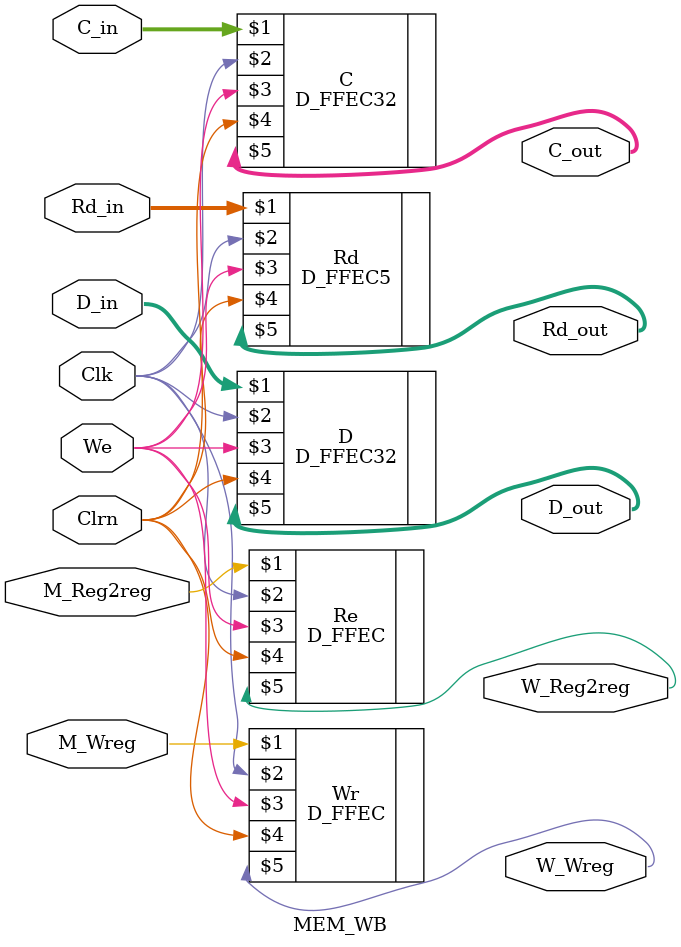
<source format=v>
`timescale 1ns / 1ps


module MEM_WB(We,Clk, Clrn,D_in,D_out,C_in,C_out,Rd_in,Rd_out,M_Wreg,W_Wreg,M_Reg2reg,W_Reg2reg);
    input [31:0] D_in,C_in;
    input [4:0]Rd_in;
    input M_Wreg,M_Reg2reg;
    input We,Clk, Clrn;
    output [31:0] D_out,C_out;
    output [4:0]Rd_out;
    output W_Wreg,W_Reg2reg;
    D_FFEC32 D(D_in,Clk,We,Clrn,D_out);
    D_FFEC32 C(C_in,Clk,We,Clrn,C_out);
    D_FFEC5 Rd(Rd_in,Clk,We,Clrn,Rd_out);
    D_FFEC Wr(M_Wreg,Clk,We,Clrn,W_Wreg);
    D_FFEC Re(M_Reg2reg,Clk,We,Clrn,W_Reg2reg);
endmodule

</source>
